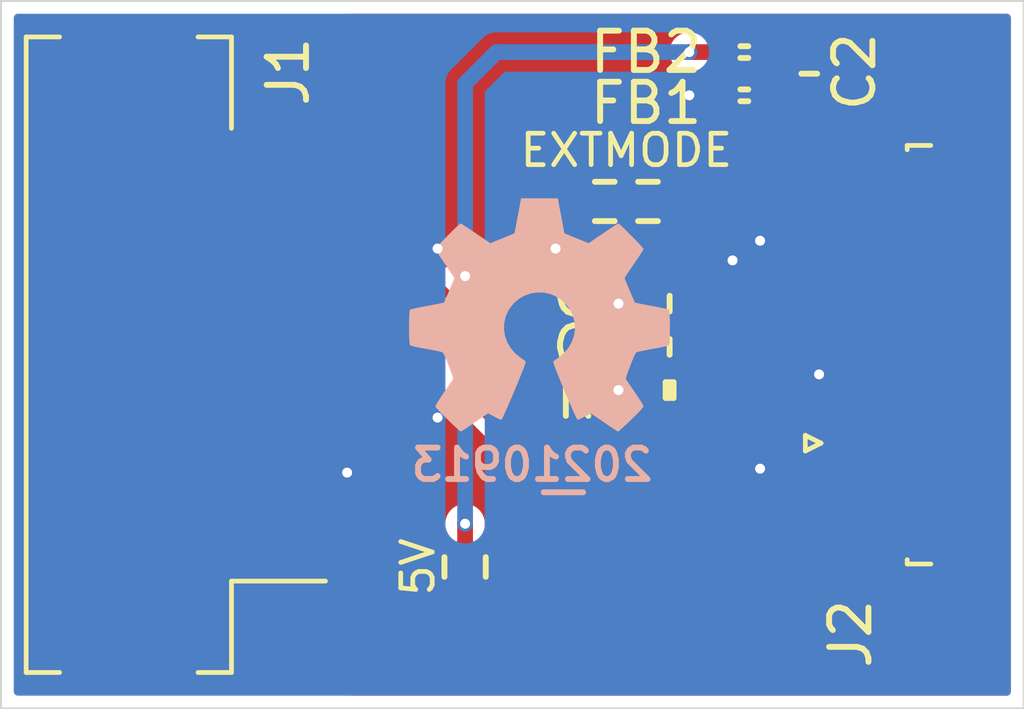
<source format=kicad_pcb>
(kicad_pcb (version 20171130) (host pcbnew 5.1.10-88a1d61d58~90~ubuntu21.04.1)

  (general
    (thickness 1.6)
    (drawings 4)
    (tracks 90)
    (zones 0)
    (modules 12)
    (nets 12)
  )

  (page A4)
  (layers
    (0 F.Cu signal)
    (31 B.Cu signal)
    (32 B.Adhes user)
    (33 F.Adhes user)
    (34 B.Paste user)
    (35 F.Paste user)
    (36 B.SilkS user hide)
    (37 F.SilkS user)
    (38 B.Mask user)
    (39 F.Mask user)
    (40 Dwgs.User user)
    (41 Cmts.User user)
    (42 Eco1.User user)
    (43 Eco2.User user)
    (44 Edge.Cuts user)
    (45 Margin user)
    (46 B.CrtYd user)
    (47 F.CrtYd user)
    (48 B.Fab user)
    (49 F.Fab user)
  )

  (setup
    (last_trace_width 0.25)
    (user_trace_width 0.2)
    (user_trace_width 0.3)
    (user_trace_width 0.4)
    (user_trace_width 0.6)
    (user_trace_width 0.8)
    (user_trace_width 1)
    (user_trace_width 1.2)
    (user_trace_width 1.4)
    (user_trace_width 1.6)
    (user_trace_width 2)
    (trace_clearance 0.2)
    (zone_clearance 0.3)
    (zone_45_only no)
    (trace_min 0.1524)
    (via_size 0.8)
    (via_drill 0.4)
    (via_min_size 0.381)
    (via_min_drill 0.254)
    (user_via 0.4 0.254)
    (user_via 0.5 0.3)
    (user_via 0.6 0.4)
    (user_via 0.8 0.6)
    (user_via 1.1 0.8)
    (user_via 1.3 1)
    (user_via 1.5 1.2)
    (user_via 1.7 1.4)
    (user_via 1.9 1.6)
    (user_via 2.5 2)
    (uvia_size 0.3)
    (uvia_drill 0.1)
    (uvias_allowed no)
    (uvia_min_size 0.2)
    (uvia_min_drill 0.1)
    (edge_width 0.05)
    (segment_width 0.2)
    (pcb_text_width 0.3)
    (pcb_text_size 1.5 1.5)
    (mod_edge_width 0.12)
    (mod_text_size 0.8 0.8)
    (mod_text_width 0.12)
    (pad_size 1.524 1.524)
    (pad_drill 0.762)
    (pad_to_mask_clearance 0.0762)
    (solder_mask_min_width 0.1016)
    (pad_to_paste_clearance_ratio -0.1)
    (aux_axis_origin 0 0)
    (visible_elements FFFFFF7F)
    (pcbplotparams
      (layerselection 0x010fc_ffffffff)
      (usegerberextensions false)
      (usegerberattributes true)
      (usegerberadvancedattributes true)
      (creategerberjobfile true)
      (excludeedgelayer true)
      (linewidth 0.100000)
      (plotframeref false)
      (viasonmask false)
      (mode 1)
      (useauxorigin false)
      (hpglpennumber 1)
      (hpglpenspeed 20)
      (hpglpendiameter 15.000000)
      (psnegative false)
      (psa4output false)
      (plotreference true)
      (plotvalue true)
      (plotinvisibletext false)
      (padsonsilk false)
      (subtractmaskfromsilk false)
      (outputformat 1)
      (mirror false)
      (drillshape 1)
      (scaleselection 1)
      (outputdirectory ""))
  )

  (net 0 "")
  (net 1 /VSS)
  (net 2 /VDD)
  (net 3 /VSSA)
  (net 4 /VDDA)
  (net 5 /DISP)
  (net 6 /EXTCOMIN)
  (net 7 /SCS)
  (net 8 /SI)
  (net 9 /SCLK)
  (net 10 /VDD_IN)
  (net 11 /EXTMODE)

  (net_class Default "This is the default net class."
    (clearance 0.2)
    (trace_width 0.25)
    (via_dia 0.8)
    (via_drill 0.4)
    (uvia_dia 0.3)
    (uvia_drill 0.1)
    (add_net /DISP)
    (add_net /EXTCOMIN)
    (add_net /EXTMODE)
    (add_net /SCLK)
    (add_net /SCS)
    (add_net /SI)
    (add_net /VDD)
    (add_net /VDDA)
    (add_net /VDD_IN)
    (add_net /VSS)
    (add_net /VSSA)
  )

  (module SquantorRcl:R_0402_hand (layer F.Cu) (tedit 5D440136) (tstamp 614E35A0)
    (at 154 71.9)
    (descr "Resistor SMD 0402, reflow soldering, Vishay (see dcrcw.pdf)")
    (tags "resistor 0402")
    (path /614FB039)
    (attr smd)
    (fp_text reference R1 (at -1.9 0.2) (layer F.SilkS)
      (effects (font (size 1 1) (thickness 0.15)))
    )
    (fp_text value 10K (at -4.2 0.2) (layer F.Fab)
      (effects (font (size 1 1) (thickness 0.15)))
    )
    (fp_line (start 0 -0.2) (end 0 0.2) (layer F.SilkS) (width 0.15))
    (fp_line (start -0.1 0.2) (end -0.1 -0.2) (layer F.SilkS) (width 0.15))
    (fp_line (start 0.1 0.2) (end -0.1 0.2) (layer F.SilkS) (width 0.15))
    (fp_line (start 0.1 -0.2) (end 0.1 0.2) (layer F.SilkS) (width 0.15))
    (fp_line (start -0.1 -0.2) (end 0.1 -0.2) (layer F.SilkS) (width 0.15))
    (fp_line (start 1.1 -0.55) (end 1.1 0.55) (layer F.CrtYd) (width 0.05))
    (fp_line (start -1.1 -0.55) (end -1.1 0.55) (layer F.CrtYd) (width 0.05))
    (fp_line (start -1.1 0.55) (end 1.1 0.55) (layer F.CrtYd) (width 0.05))
    (fp_line (start -1.1 -0.55) (end 1.1 -0.55) (layer F.CrtYd) (width 0.05))
    (fp_line (start -0.5 -0.25) (end 0.5 -0.25) (layer F.Fab) (width 0.1))
    (fp_line (start 0.5 -0.25) (end 0.5 0.25) (layer F.Fab) (width 0.1))
    (fp_line (start 0.5 0.25) (end -0.5 0.25) (layer F.Fab) (width 0.1))
    (fp_line (start -0.5 0.25) (end -0.5 -0.25) (layer F.Fab) (width 0.1))
    (pad 2 smd rect (at 0.55 0) (size 0.6 0.6) (layers F.Cu F.Paste F.Mask)
      (net 6 /EXTCOMIN))
    (pad 1 smd rect (at -0.55 0) (size 0.6 0.6) (layers F.Cu F.Paste F.Mask)
      (net 1 /VSS))
    (model ${KISYS3DMOD}/Resistor_SMD.3dshapes/R_0402_1005Metric.step
      (at (xyz 0 0 0))
      (scale (xyz 1 1 1))
      (rotate (xyz 0 0 0))
    )
  )

  (module SquantorSpecial:solder_jumper_2way_noconn (layer F.Cu) (tedit 5C9BE0F0) (tstamp 614E35D3)
    (at 148.8 76.4 90)
    (descr "Resistor SMD 0402, reflow soldering, Vishay (see dcrcw.pdf)")
    (tags "resistor 0402")
    (path /6152142E)
    (attr smd)
    (fp_text reference JP2 (at 2.2 0 90) (layer F.Fab)
      (effects (font (size 1 1) (thickness 0.15)))
    )
    (fp_text value 5V (at 0 -1.2 90) (layer F.SilkS)
      (effects (font (size 0.8 0.8) (thickness 0.12)))
    )
    (fp_line (start -0.25 0.525) (end 0.25 0.525) (layer F.SilkS) (width 0.15))
    (fp_line (start 0.25 -0.525) (end -0.25 -0.525) (layer F.SilkS) (width 0.15))
    (fp_line (start 0.95 -0.65) (end 0.95 0.65) (layer F.CrtYd) (width 0.05))
    (fp_line (start -0.95 -0.65) (end -0.95 0.65) (layer F.CrtYd) (width 0.05))
    (fp_line (start -0.95 0.65) (end 0.95 0.65) (layer F.CrtYd) (width 0.05))
    (fp_line (start -0.95 -0.65) (end 0.95 -0.65) (layer F.CrtYd) (width 0.05))
    (fp_line (start -0.5 -0.25) (end 0.5 -0.25) (layer F.Fab) (width 0.1))
    (fp_line (start 0.5 -0.25) (end 0.5 0.25) (layer F.Fab) (width 0.1))
    (fp_line (start 0.5 0.25) (end -0.5 0.25) (layer F.Fab) (width 0.1))
    (fp_line (start -0.5 0.25) (end -0.5 -0.25) (layer F.Fab) (width 0.1))
    (pad 2 smd rect (at 0.45 0 90) (size 0.4 0.6) (layers F.Cu F.Mask)
      (net 2 /VDD))
    (pad 1 smd rect (at -0.45 0 90) (size 0.4 0.6) (layers F.Cu F.Mask)
      (net 10 /VDD_IN))
    (model Resistors_SMD.3dshapes/R_0402.wrl
      (at (xyz 0 0 0))
      (scale (xyz 1 1 1))
      (rotate (xyz 0 0 0))
    )
  )

  (module SquantorSpecial:solder_jumper_3way_12conn (layer F.Cu) (tedit 5D84B7A0) (tstamp 614E3560)
    (at 152.9 67.1 180)
    (descr "Solder Jumper 3way 0402 resistor format, pin 1,2 connected")
    (tags "resistor 0402")
    (path /614FD56C)
    (attr smd)
    (fp_text reference JP1 (at 2.9 0) (layer F.Fab)
      (effects (font (size 1 1) (thickness 0.15)))
    )
    (fp_text value EXTMODE (at 0 1.3) (layer F.SilkS)
      (effects (font (size 0.8 0.8) (thickness 0.12)))
    )
    (fp_poly (pts (xy -0.8 -0.05) (xy -0.3 -0.05) (xy -0.3 0.05) (xy -0.8 0.05)) (layer F.Cu) (width 0.01))
    (fp_line (start 0.05 0.25) (end 1.1 0.25) (layer F.Fab) (width 0.1))
    (fp_line (start 1.1 -0.25) (end 1.1 0.25) (layer F.Fab) (width 0.1))
    (fp_line (start 0.05 -0.25) (end 1.1 -0.25) (layer F.Fab) (width 0.1))
    (fp_line (start 0.05 -0.25) (end 0.05 0.25) (layer F.Fab) (width 0.1))
    (fp_line (start 0.8 0.5) (end 0.3 0.5) (layer F.SilkS) (width 0.15))
    (fp_line (start 0.8 -0.5) (end 0.3 -0.5) (layer F.SilkS) (width 0.15))
    (fp_line (start -0.8 0.5) (end -0.3 0.5) (layer F.SilkS) (width 0.15))
    (fp_line (start -0.3 -0.5) (end -0.8 -0.5) (layer F.SilkS) (width 0.15))
    (fp_line (start 1.7 -0.65) (end 1.7 0.65) (layer F.CrtYd) (width 0.05))
    (fp_line (start -1.7 -0.65) (end -1.7 0.65) (layer F.CrtYd) (width 0.05))
    (fp_line (start -1.7 0.65) (end 1.7 0.65) (layer F.CrtYd) (width 0.05))
    (fp_line (start -1.7 -0.65) (end 1.7 -0.65) (layer F.CrtYd) (width 0.05))
    (fp_line (start -1.1 -0.25) (end -0.05 -0.25) (layer F.Fab) (width 0.1))
    (fp_line (start -0.05 -0.25) (end -0.05 0.25) (layer F.Fab) (width 0.1))
    (fp_line (start -0.05 0.25) (end -1.1 0.25) (layer F.Fab) (width 0.1))
    (fp_line (start -1.1 0.25) (end -1.1 -0.25) (layer F.Fab) (width 0.1))
    (pad 3 smd rect (at 1.1 0 180) (size 0.6 0.6) (layers F.Cu F.Mask)
      (net 2 /VDD))
    (pad 2 smd rect (at 0 0 180) (size 0.6 0.6) (layers F.Cu F.Mask)
      (net 11 /EXTMODE))
    (pad 1 smd rect (at -1.1 0 180) (size 0.6 0.6) (layers F.Cu F.Mask)
      (net 1 /VSS))
    (model Resistors_SMD.3dshapes/R_0402.wrl
      (at (xyz 0 0 0))
      (scale (xyz 1 1 1))
      (rotate (xyz 0 0 0))
    )
  )

  (module Connector_FFC-FPC:TE_1-1734839-0_1x10-1MP_P0.5mm_Horizontal (layer F.Cu) (tedit 5DB5C65C) (tstamp 614E366B)
    (at 158 71 90)
    (descr "TE FPC connector, 10 top-side contacts, 0.5mm pitch, SMT, https://www.te.com/commerce/DocumentDelivery/DDEController?Action=showdoc&DocId=Customer+Drawing%7F1734839%7FC%7Fpdf%7FEnglish%7FENG_CD_1734839_C_C_1734839.pdf%7F4-1734839-0")
    (tags "te fpc 1734839")
    (path /614E341E)
    (attr smd)
    (fp_text reference J2 (at -7.1 0.6 90) (layer F.SilkS)
      (effects (font (size 1 1) (thickness 0.15)))
    )
    (fp_text value Conn_01x10 (at 0 3.25 90) (layer Dwgs.User)
      (effects (font (size 0.5 0.5) (thickness 0.08)))
    )
    (fp_line (start 5.72 -2.4) (end -5.72 -2.4) (layer F.CrtYd) (width 0.05))
    (fp_line (start 5.72 4.25) (end 5.72 -2.4) (layer F.CrtYd) (width 0.05))
    (fp_line (start -5.72 4.25) (end 5.72 4.25) (layer F.CrtYd) (width 0.05))
    (fp_line (start -5.72 -2.4) (end -5.72 4.25) (layer F.CrtYd) (width 0.05))
    (fp_line (start 5.105 2.75) (end -5.105 2.75) (layer Dwgs.User) (width 0.1))
    (fp_line (start -2.05 -0.55) (end -2.45 -0.55) (layer F.SilkS) (width 0.12))
    (fp_line (start -2.25 -0.15) (end -2.05 -0.55) (layer F.SilkS) (width 0.12))
    (fp_line (start -2.45 -0.55) (end -2.25 -0.15) (layer F.SilkS) (width 0.12))
    (fp_line (start 5.325 2.04) (end 5.325 2.64) (layer F.SilkS) (width 0.12))
    (fp_line (start 5.215 2.04) (end 5.325 2.04) (layer F.SilkS) (width 0.12))
    (fp_line (start -5.325 2.04) (end -5.325 2.64) (layer F.SilkS) (width 0.12))
    (fp_line (start -5.215 2.04) (end -5.325 2.04) (layer F.SilkS) (width 0.12))
    (fp_line (start -2.25 0.15) (end -1.85 -0.65) (layer F.Fab) (width 0.1))
    (fp_line (start -2.65 -0.65) (end -2.25 0.15) (layer F.Fab) (width 0.1))
    (fp_line (start -4.56 2.15) (end -4.56 -0.65) (layer F.Fab) (width 0.1))
    (fp_line (start -5.215 2.15) (end -4.56 2.15) (layer F.Fab) (width 0.1))
    (fp_line (start -5.215 3.75) (end -5.215 2.15) (layer F.Fab) (width 0.1))
    (fp_line (start 5.215 3.75) (end -5.215 3.75) (layer F.Fab) (width 0.1))
    (fp_line (start 5.215 2.15) (end 5.215 3.75) (layer F.Fab) (width 0.1))
    (fp_line (start 4.56 2.15) (end 5.215 2.15) (layer F.Fab) (width 0.1))
    (fp_line (start 4.56 -0.65) (end 4.56 2.15) (layer F.Fab) (width 0.1))
    (fp_line (start -4.56 -0.65) (end 4.56 -0.65) (layer F.Fab) (width 0.1))
    (fp_text user %R (at 0 1.55 90) (layer F.Fab)
      (effects (font (size 1 1) (thickness 0.15)))
    )
    (pad MP smd rect (at 3.92 0.35 90) (size 2.3 3.1) (layers F.Cu F.Paste F.Mask))
    (pad MP smd rect (at -3.92 0.35 90) (size 2.3 3.1) (layers F.Cu F.Paste F.Mask))
    (pad 10 smd rect (at 2.25 -1.35 90) (size 0.3 1.1) (layers F.Cu F.Paste F.Mask)
      (net 3 /VSSA))
    (pad 9 smd rect (at 1.75 -1.35 90) (size 0.3 1.1) (layers F.Cu F.Paste F.Mask)
      (net 1 /VSS))
    (pad 8 smd rect (at 1.25 -1.35 90) (size 0.3 1.1) (layers F.Cu F.Paste F.Mask)
      (net 11 /EXTMODE))
    (pad 7 smd rect (at 0.75 -1.35 90) (size 0.3 1.1) (layers F.Cu F.Paste F.Mask)
      (net 2 /VDD))
    (pad 6 smd rect (at 0.25 -1.35 90) (size 0.3 1.1) (layers F.Cu F.Paste F.Mask)
      (net 4 /VDDA))
    (pad 5 smd rect (at -0.25 -1.35 90) (size 0.3 1.1) (layers F.Cu F.Paste F.Mask)
      (net 5 /DISP))
    (pad 4 smd rect (at -0.75 -1.35 90) (size 0.3 1.1) (layers F.Cu F.Paste F.Mask)
      (net 6 /EXTCOMIN))
    (pad 3 smd rect (at -1.25 -1.35 90) (size 0.3 1.1) (layers F.Cu F.Paste F.Mask)
      (net 7 /SCS))
    (pad 2 smd rect (at -1.75 -1.35 90) (size 0.3 1.1) (layers F.Cu F.Paste F.Mask)
      (net 8 /SI))
    (pad 1 smd rect (at -2.25 -1.35 90) (size 0.3 1.1) (layers F.Cu F.Paste F.Mask)
      (net 9 /SCLK))
    (model ${KISYS3DMOD}/Connector_FFC-FPC.3dshapes/TE_1-1734839-0_1x10-1MP_P0.5mm_Horizontal.wrl
      (at (xyz 0 0 0))
      (scale (xyz 1 1 1))
      (rotate (xyz 0 0 0))
    )
  )

  (module Connector_JST:JST_PH_B6B-PH-SM4-TB_1x06-1MP_P2.00mm_Vertical (layer F.Cu) (tedit 5B78AD87) (tstamp 614E2B7A)
    (at 142 71 90)
    (descr "JST PH series connector, B6B-PH-SM4-TB (http://www.jst-mfg.com/product/pdf/eng/ePH.pdf), generated with kicad-footprint-generator")
    (tags "connector JST PH side entry")
    (path /614E1D39)
    (attr smd)
    (fp_text reference J1 (at 7.2 2.3 90) (layer F.SilkS)
      (effects (font (size 1 1) (thickness 0.15)))
    )
    (fp_text value Conn_01x06 (at 0 4.45 90) (layer F.Fab)
      (effects (font (size 1 1) (thickness 0.15)))
    )
    (fp_line (start -5 0.042893) (end -4.5 0.75) (layer F.Fab) (width 0.1))
    (fp_line (start -5.5 0.75) (end -5 0.042893) (layer F.Fab) (width 0.1))
    (fp_line (start 8.7 -4.75) (end -8.7 -4.75) (layer F.CrtYd) (width 0.05))
    (fp_line (start 8.7 3.75) (end 8.7 -4.75) (layer F.CrtYd) (width 0.05))
    (fp_line (start -8.7 3.75) (end 8.7 3.75) (layer F.CrtYd) (width 0.05))
    (fp_line (start -8.7 -4.75) (end -8.7 3.75) (layer F.CrtYd) (width 0.05))
    (fp_line (start 5.25 -2.75) (end 4.75 -2.75) (layer F.Fab) (width 0.1))
    (fp_line (start 5.25 -2.25) (end 5.25 -2.75) (layer F.Fab) (width 0.1))
    (fp_line (start 4.75 -2.25) (end 5.25 -2.25) (layer F.Fab) (width 0.1))
    (fp_line (start 4.75 -2.75) (end 4.75 -2.25) (layer F.Fab) (width 0.1))
    (fp_line (start 3.25 -2.75) (end 2.75 -2.75) (layer F.Fab) (width 0.1))
    (fp_line (start 3.25 -2.25) (end 3.25 -2.75) (layer F.Fab) (width 0.1))
    (fp_line (start 2.75 -2.25) (end 3.25 -2.25) (layer F.Fab) (width 0.1))
    (fp_line (start 2.75 -2.75) (end 2.75 -2.25) (layer F.Fab) (width 0.1))
    (fp_line (start 1.25 -2.75) (end 0.75 -2.75) (layer F.Fab) (width 0.1))
    (fp_line (start 1.25 -2.25) (end 1.25 -2.75) (layer F.Fab) (width 0.1))
    (fp_line (start 0.75 -2.25) (end 1.25 -2.25) (layer F.Fab) (width 0.1))
    (fp_line (start 0.75 -2.75) (end 0.75 -2.25) (layer F.Fab) (width 0.1))
    (fp_line (start -0.75 -2.75) (end -1.25 -2.75) (layer F.Fab) (width 0.1))
    (fp_line (start -0.75 -2.25) (end -0.75 -2.75) (layer F.Fab) (width 0.1))
    (fp_line (start -1.25 -2.25) (end -0.75 -2.25) (layer F.Fab) (width 0.1))
    (fp_line (start -1.25 -2.75) (end -1.25 -2.25) (layer F.Fab) (width 0.1))
    (fp_line (start -2.75 -2.75) (end -3.25 -2.75) (layer F.Fab) (width 0.1))
    (fp_line (start -2.75 -2.25) (end -2.75 -2.75) (layer F.Fab) (width 0.1))
    (fp_line (start -3.25 -2.25) (end -2.75 -2.25) (layer F.Fab) (width 0.1))
    (fp_line (start -3.25 -2.75) (end -3.25 -2.25) (layer F.Fab) (width 0.1))
    (fp_line (start -4.75 -2.75) (end -5.25 -2.75) (layer F.Fab) (width 0.1))
    (fp_line (start -4.75 -2.25) (end -4.75 -2.75) (layer F.Fab) (width 0.1))
    (fp_line (start -5.25 -2.25) (end -4.75 -2.25) (layer F.Fab) (width 0.1))
    (fp_line (start -5.25 -2.75) (end -5.25 -2.25) (layer F.Fab) (width 0.1))
    (fp_line (start 7.975 0.75) (end 7.975 -4.25) (layer F.Fab) (width 0.1))
    (fp_line (start -7.975 0.75) (end -7.975 -4.25) (layer F.Fab) (width 0.1))
    (fp_line (start -7.975 -4.25) (end 7.975 -4.25) (layer F.Fab) (width 0.1))
    (fp_line (start 8.085 -4.36) (end 8.085 -3.51) (layer F.SilkS) (width 0.12))
    (fp_line (start -8.085 -4.36) (end 8.085 -4.36) (layer F.SilkS) (width 0.12))
    (fp_line (start -8.085 -3.51) (end -8.085 -4.36) (layer F.SilkS) (width 0.12))
    (fp_line (start 8.085 0.86) (end 5.76 0.86) (layer F.SilkS) (width 0.12))
    (fp_line (start 8.085 0.01) (end 8.085 0.86) (layer F.SilkS) (width 0.12))
    (fp_line (start -5.76 0.86) (end -5.76 3.25) (layer F.SilkS) (width 0.12))
    (fp_line (start -8.085 0.86) (end -5.76 0.86) (layer F.SilkS) (width 0.12))
    (fp_line (start -8.085 0.01) (end -8.085 0.86) (layer F.SilkS) (width 0.12))
    (fp_line (start -7.975 0.75) (end 7.975 0.75) (layer F.Fab) (width 0.1))
    (fp_text user %R (at 0 -1 90) (layer F.Fab)
      (effects (font (size 1 1) (thickness 0.15)))
    )
    (pad MP smd roundrect (at 7.4 -1.75 90) (size 1.6 3) (layers F.Cu F.Paste F.Mask) (roundrect_rratio 0.15625))
    (pad MP smd roundrect (at -7.4 -1.75 90) (size 1.6 3) (layers F.Cu F.Paste F.Mask) (roundrect_rratio 0.15625))
    (pad 6 smd roundrect (at 5 0.5 90) (size 1 5.5) (layers F.Cu F.Paste F.Mask) (roundrect_rratio 0.25)
      (net 6 /EXTCOMIN))
    (pad 5 smd roundrect (at 3 0.5 90) (size 1 5.5) (layers F.Cu F.Paste F.Mask) (roundrect_rratio 0.25)
      (net 7 /SCS))
    (pad 4 smd roundrect (at 1 0.5 90) (size 1 5.5) (layers F.Cu F.Paste F.Mask) (roundrect_rratio 0.25)
      (net 8 /SI))
    (pad 3 smd roundrect (at -1 0.5 90) (size 1 5.5) (layers F.Cu F.Paste F.Mask) (roundrect_rratio 0.25)
      (net 9 /SCLK))
    (pad 2 smd roundrect (at -3 0.5 90) (size 1 5.5) (layers F.Cu F.Paste F.Mask) (roundrect_rratio 0.25)
      (net 1 /VSS))
    (pad 1 smd roundrect (at -5 0.5 90) (size 1 5.5) (layers F.Cu F.Paste F.Mask) (roundrect_rratio 0.25)
      (net 10 /VDD_IN))
    (model ${KISYS3DMOD}/Connector_JST.3dshapes/JST_PH_B6B-PH-SM4-TB_1x06-1MP_P2.00mm_Vertical.wrl
      (at (xyz 0 0 0))
      (scale (xyz 1 1 1))
      (rotate (xyz 0 0 0))
    )
  )

  (module SquantorRcl:L_0402 (layer F.Cu) (tedit 5D554A2D) (tstamp 614E36F0)
    (at 155.9 63.3 180)
    (descr "Inductor SMD 0402")
    (tags "Inductor 0402")
    (path /614EEE96)
    (attr smd)
    (fp_text reference FB2 (at 2.5 0) (layer F.SilkS)
      (effects (font (size 1 1) (thickness 0.15)))
    )
    (fp_text value 600 (at 5.2 0) (layer F.Fab)
      (effects (font (size 1 1) (thickness 0.15)))
    )
    (fp_line (start -0.1 0.15) (end 0.1 0.15) (layer F.SilkS) (width 0.15))
    (fp_line (start -0.1 -0.15) (end 0.1 -0.15) (layer F.SilkS) (width 0.15))
    (fp_line (start 1.1 -0.55) (end 1.1 0.55) (layer F.CrtYd) (width 0.05))
    (fp_line (start -1.1 -0.55) (end -1.1 0.55) (layer F.CrtYd) (width 0.05))
    (fp_line (start -1.1 0.55) (end 1.1 0.55) (layer F.CrtYd) (width 0.05))
    (fp_line (start -1.1 -0.55) (end 1.1 -0.55) (layer F.CrtYd) (width 0.05))
    (fp_line (start -0.5 -0.25) (end 0.5 -0.25) (layer F.Fab) (width 0.1))
    (fp_line (start 0.5 -0.25) (end 0.5 0.25) (layer F.Fab) (width 0.1))
    (fp_line (start 0.5 0.25) (end -0.5 0.25) (layer F.Fab) (width 0.1))
    (fp_line (start -0.5 0.25) (end -0.5 -0.25) (layer F.Fab) (width 0.1))
    (pad 2 smd rect (at 0.55 0 180) (size 0.6 0.6) (layers F.Cu F.Paste F.Mask)
      (net 2 /VDD))
    (pad 1 smd rect (at -0.55 0 180) (size 0.6 0.6) (layers F.Cu F.Paste F.Mask)
      (net 4 /VDDA))
    (model ${KISYS3DMOD}/Inductor_SMD.3dshapes/L_0402_1005Metric.step
      (at (xyz 0 0 0))
      (scale (xyz 1 1 1))
      (rotate (xyz 0 0 0))
    )
  )

  (module SquantorRcl:L_0402 (layer F.Cu) (tedit 5D554A2D) (tstamp 614E371D)
    (at 155.9 64.4 180)
    (descr "Inductor SMD 0402")
    (tags "Inductor 0402")
    (path /614EC522)
    (attr smd)
    (fp_text reference FB1 (at 2.5 -0.2) (layer F.SilkS)
      (effects (font (size 1 1) (thickness 0.15)))
    )
    (fp_text value 600 (at 5.2 -0.2) (layer F.Fab)
      (effects (font (size 1 1) (thickness 0.15)))
    )
    (fp_line (start -0.1 0.15) (end 0.1 0.15) (layer F.SilkS) (width 0.15))
    (fp_line (start -0.1 -0.15) (end 0.1 -0.15) (layer F.SilkS) (width 0.15))
    (fp_line (start 1.1 -0.55) (end 1.1 0.55) (layer F.CrtYd) (width 0.05))
    (fp_line (start -1.1 -0.55) (end -1.1 0.55) (layer F.CrtYd) (width 0.05))
    (fp_line (start -1.1 0.55) (end 1.1 0.55) (layer F.CrtYd) (width 0.05))
    (fp_line (start -1.1 -0.55) (end 1.1 -0.55) (layer F.CrtYd) (width 0.05))
    (fp_line (start -0.5 -0.25) (end 0.5 -0.25) (layer F.Fab) (width 0.1))
    (fp_line (start 0.5 -0.25) (end 0.5 0.25) (layer F.Fab) (width 0.1))
    (fp_line (start 0.5 0.25) (end -0.5 0.25) (layer F.Fab) (width 0.1))
    (fp_line (start -0.5 0.25) (end -0.5 -0.25) (layer F.Fab) (width 0.1))
    (pad 2 smd rect (at 0.55 0 180) (size 0.6 0.6) (layers F.Cu F.Paste F.Mask)
      (net 1 /VSS))
    (pad 1 smd rect (at -0.55 0 180) (size 0.6 0.6) (layers F.Cu F.Paste F.Mask)
      (net 3 /VSSA))
    (model ${KISYS3DMOD}/Inductor_SMD.3dshapes/L_0402_1005Metric.step
      (at (xyz 0 0 0))
      (scale (xyz 1 1 1))
      (rotate (xyz 0 0 0))
    )
  )

  (module SquantorRcl:C_0402 (layer F.Cu) (tedit 5D442507) (tstamp 614E35FF)
    (at 154 70.8 180)
    (descr "Capacitor SMD 0402, reflow soldering, AVX (see smccp.pdf)")
    (tags "capacitor 0402")
    (path /614F3F25)
    (attr smd)
    (fp_text reference C3 (at 2 0) (layer F.SilkS)
      (effects (font (size 1 1) (thickness 0.15)))
    )
    (fp_text value 1n (at 3.8 0) (layer F.Fab)
      (effects (font (size 1 1) (thickness 0.15)))
    )
    (fp_line (start 0 -0.2) (end 0 0.2) (layer F.SilkS) (width 0.15))
    (fp_line (start 1.1 -0.55) (end 1.1 0.55) (layer F.CrtYd) (width 0.05))
    (fp_line (start -1.1 -0.55) (end -1.1 0.55) (layer F.CrtYd) (width 0.05))
    (fp_line (start -1.1 0.55) (end 1.1 0.55) (layer F.CrtYd) (width 0.05))
    (fp_line (start -1.1 -0.55) (end 1.1 -0.55) (layer F.CrtYd) (width 0.05))
    (fp_line (start -0.5 -0.25) (end 0.5 -0.25) (layer F.Fab) (width 0.1))
    (fp_line (start 0.5 -0.25) (end 0.5 0.25) (layer F.Fab) (width 0.1))
    (fp_line (start 0.5 0.25) (end -0.5 0.25) (layer F.Fab) (width 0.1))
    (fp_line (start -0.5 0.25) (end -0.5 -0.25) (layer F.Fab) (width 0.1))
    (pad 2 smd rect (at 0.55 0 180) (size 0.6 0.6) (layers F.Cu F.Paste F.Mask)
      (net 1 /VSS))
    (pad 1 smd rect (at -0.55 0 180) (size 0.6 0.6) (layers F.Cu F.Paste F.Mask)
      (net 5 /DISP))
    (model ${KISYS3DMOD}/Capacitor_SMD.3dshapes/C_0402_1005Metric.step
      (at (xyz 0 0 0))
      (scale (xyz 1 1 1))
      (rotate (xyz 0 0 0))
    )
  )

  (module SquantorRcl:C_0402 (layer F.Cu) (tedit 5D442507) (tstamp 614E36C5)
    (at 157.55 63.85 270)
    (descr "Capacitor SMD 0402, reflow soldering, AVX (see smccp.pdf)")
    (tags "capacitor 0402")
    (path /614F2963)
    (attr smd)
    (fp_text reference C2 (at -0.05 -1.15 90) (layer F.SilkS)
      (effects (font (size 1 1) (thickness 0.15)))
    )
    (fp_text value 1u (at 0 -2.35 90) (layer F.Fab)
      (effects (font (size 1 1) (thickness 0.15)))
    )
    (fp_line (start 0 -0.2) (end 0 0.2) (layer F.SilkS) (width 0.15))
    (fp_line (start 1.1 -0.55) (end 1.1 0.55) (layer F.CrtYd) (width 0.05))
    (fp_line (start -1.1 -0.55) (end -1.1 0.55) (layer F.CrtYd) (width 0.05))
    (fp_line (start -1.1 0.55) (end 1.1 0.55) (layer F.CrtYd) (width 0.05))
    (fp_line (start -1.1 -0.55) (end 1.1 -0.55) (layer F.CrtYd) (width 0.05))
    (fp_line (start -0.5 -0.25) (end 0.5 -0.25) (layer F.Fab) (width 0.1))
    (fp_line (start 0.5 -0.25) (end 0.5 0.25) (layer F.Fab) (width 0.1))
    (fp_line (start 0.5 0.25) (end -0.5 0.25) (layer F.Fab) (width 0.1))
    (fp_line (start -0.5 0.25) (end -0.5 -0.25) (layer F.Fab) (width 0.1))
    (pad 2 smd rect (at 0.55 0 270) (size 0.6 0.6) (layers F.Cu F.Paste F.Mask)
      (net 3 /VSSA))
    (pad 1 smd rect (at -0.55 0 270) (size 0.6 0.6) (layers F.Cu F.Paste F.Mask)
      (net 4 /VDDA))
    (model ${KISYS3DMOD}/Capacitor_SMD.3dshapes/C_0402_1005Metric.step
      (at (xyz 0 0 0))
      (scale (xyz 1 1 1))
      (rotate (xyz 0 0 0))
    )
  )

  (module SquantorRcl:C_0402 (layer F.Cu) (tedit 5D442507) (tstamp 614E3A4D)
    (at 154 69.7 180)
    (descr "Capacitor SMD 0402, reflow soldering, AVX (see smccp.pdf)")
    (tags "capacitor 0402")
    (path /614E9E9B)
    (attr smd)
    (fp_text reference C1 (at 2 0.2) (layer F.SilkS)
      (effects (font (size 1 1) (thickness 0.15)))
    )
    (fp_text value 1u (at 3.7 0.2) (layer F.Fab)
      (effects (font (size 1 1) (thickness 0.15)))
    )
    (fp_line (start 0 -0.2) (end 0 0.2) (layer F.SilkS) (width 0.15))
    (fp_line (start 1.1 -0.55) (end 1.1 0.55) (layer F.CrtYd) (width 0.05))
    (fp_line (start -1.1 -0.55) (end -1.1 0.55) (layer F.CrtYd) (width 0.05))
    (fp_line (start -1.1 0.55) (end 1.1 0.55) (layer F.CrtYd) (width 0.05))
    (fp_line (start -1.1 -0.55) (end 1.1 -0.55) (layer F.CrtYd) (width 0.05))
    (fp_line (start -0.5 -0.25) (end 0.5 -0.25) (layer F.Fab) (width 0.1))
    (fp_line (start 0.5 -0.25) (end 0.5 0.25) (layer F.Fab) (width 0.1))
    (fp_line (start 0.5 0.25) (end -0.5 0.25) (layer F.Fab) (width 0.1))
    (fp_line (start -0.5 0.25) (end -0.5 -0.25) (layer F.Fab) (width 0.1))
    (pad 2 smd rect (at 0.55 0 180) (size 0.6 0.6) (layers F.Cu F.Paste F.Mask)
      (net 1 /VSS))
    (pad 1 smd rect (at -0.55 0 180) (size 0.6 0.6) (layers F.Cu F.Paste F.Mask)
      (net 2 /VDD))
    (model ${KISYS3DMOD}/Capacitor_SMD.3dshapes/C_0402_1005Metric.step
      (at (xyz 0 0 0))
      (scale (xyz 1 1 1))
      (rotate (xyz 0 0 0))
    )
  )

  (module Symbol:OSHW-Symbol_6.7x6mm_SilkScreen (layer B.Cu) (tedit 0) (tstamp 5EE12086)
    (at 150.7 70 180)
    (descr "Open Source Hardware Symbol")
    (tags "Logo Symbol OSHW")
    (path /5EE13678)
    (attr virtual)
    (fp_text reference N2 (at 0 0) (layer B.SilkS) hide
      (effects (font (size 1 1) (thickness 0.15)) (justify mirror))
    )
    (fp_text value OHWLOGO (at 0.75 0) (layer B.Fab) hide
      (effects (font (size 1 1) (thickness 0.15)) (justify mirror))
    )
    (fp_poly (pts (xy 0.555814 2.531069) (xy 0.639635 2.086445) (xy 0.94892 1.958947) (xy 1.258206 1.831449)
      (xy 1.629246 2.083754) (xy 1.733157 2.154004) (xy 1.827087 2.216728) (xy 1.906652 2.269062)
      (xy 1.96747 2.308143) (xy 2.005157 2.331107) (xy 2.015421 2.336058) (xy 2.03391 2.323324)
      (xy 2.07342 2.288118) (xy 2.129522 2.234938) (xy 2.197787 2.168282) (xy 2.273786 2.092646)
      (xy 2.353092 2.012528) (xy 2.431275 1.932426) (xy 2.503907 1.856836) (xy 2.566559 1.790255)
      (xy 2.614803 1.737182) (xy 2.64421 1.702113) (xy 2.651241 1.690377) (xy 2.641123 1.66874)
      (xy 2.612759 1.621338) (xy 2.569129 1.552807) (xy 2.513218 1.467785) (xy 2.448006 1.370907)
      (xy 2.410219 1.31565) (xy 2.341343 1.214752) (xy 2.28014 1.123701) (xy 2.229578 1.04703)
      (xy 2.192628 0.989272) (xy 2.172258 0.954957) (xy 2.169197 0.947746) (xy 2.176136 0.927252)
      (xy 2.195051 0.879487) (xy 2.223087 0.811168) (xy 2.257391 0.729011) (xy 2.295109 0.63973)
      (xy 2.333387 0.550042) (xy 2.36937 0.466662) (xy 2.400206 0.396306) (xy 2.423039 0.34569)
      (xy 2.435017 0.321529) (xy 2.435724 0.320578) (xy 2.454531 0.315964) (xy 2.504618 0.305672)
      (xy 2.580793 0.290713) (xy 2.677865 0.272099) (xy 2.790643 0.250841) (xy 2.856442 0.238582)
      (xy 2.97695 0.215638) (xy 3.085797 0.193805) (xy 3.177476 0.174278) (xy 3.246481 0.158252)
      (xy 3.287304 0.146921) (xy 3.295511 0.143326) (xy 3.303548 0.118994) (xy 3.310033 0.064041)
      (xy 3.31497 -0.015108) (xy 3.318364 -0.112026) (xy 3.320218 -0.220287) (xy 3.320538 -0.333465)
      (xy 3.319327 -0.445135) (xy 3.31659 -0.548868) (xy 3.312331 -0.638241) (xy 3.306555 -0.706826)
      (xy 3.299267 -0.748197) (xy 3.294895 -0.75681) (xy 3.268764 -0.767133) (xy 3.213393 -0.781892)
      (xy 3.136107 -0.799352) (xy 3.04423 -0.81778) (xy 3.012158 -0.823741) (xy 2.857524 -0.852066)
      (xy 2.735375 -0.874876) (xy 2.641673 -0.89308) (xy 2.572384 -0.907583) (xy 2.523471 -0.919292)
      (xy 2.490897 -0.929115) (xy 2.470628 -0.937956) (xy 2.458626 -0.946724) (xy 2.456947 -0.948457)
      (xy 2.440184 -0.976371) (xy 2.414614 -1.030695) (xy 2.382788 -1.104777) (xy 2.34726 -1.191965)
      (xy 2.310583 -1.285608) (xy 2.275311 -1.379052) (xy 2.243996 -1.465647) (xy 2.219193 -1.53874)
      (xy 2.203454 -1.591678) (xy 2.199332 -1.617811) (xy 2.199676 -1.618726) (xy 2.213641 -1.640086)
      (xy 2.245322 -1.687084) (xy 2.291391 -1.754827) (xy 2.348518 -1.838423) (xy 2.413373 -1.932982)
      (xy 2.431843 -1.959854) (xy 2.497699 -2.057275) (xy 2.55565 -2.146163) (xy 2.602538 -2.221412)
      (xy 2.635207 -2.27792) (xy 2.6505 -2.310581) (xy 2.651241 -2.314593) (xy 2.638392 -2.335684)
      (xy 2.602888 -2.377464) (xy 2.549293 -2.435445) (xy 2.482171 -2.505135) (xy 2.406087 -2.582045)
      (xy 2.325604 -2.661683) (xy 2.245287 -2.739561) (xy 2.169699 -2.811186) (xy 2.103405 -2.87207)
      (xy 2.050969 -2.917721) (xy 2.016955 -2.94365) (xy 2.007545 -2.947883) (xy 1.985643 -2.937912)
      (xy 1.9408 -2.91102) (xy 1.880321 -2.871736) (xy 1.833789 -2.840117) (xy 1.749475 -2.782098)
      (xy 1.649626 -2.713784) (xy 1.549473 -2.645579) (xy 1.495627 -2.609075) (xy 1.313371 -2.4858)
      (xy 1.160381 -2.56852) (xy 1.090682 -2.604759) (xy 1.031414 -2.632926) (xy 0.991311 -2.648991)
      (xy 0.981103 -2.651226) (xy 0.968829 -2.634722) (xy 0.944613 -2.588082) (xy 0.910263 -2.515609)
      (xy 0.867588 -2.421606) (xy 0.818394 -2.310374) (xy 0.76449 -2.186215) (xy 0.707684 -2.053432)
      (xy 0.649782 -1.916327) (xy 0.592593 -1.779202) (xy 0.537924 -1.646358) (xy 0.487584 -1.522098)
      (xy 0.44338 -1.410725) (xy 0.407119 -1.316539) (xy 0.380609 -1.243844) (xy 0.365658 -1.196941)
      (xy 0.363254 -1.180833) (xy 0.382311 -1.160286) (xy 0.424036 -1.126933) (xy 0.479706 -1.087702)
      (xy 0.484378 -1.084599) (xy 0.628264 -0.969423) (xy 0.744283 -0.835053) (xy 0.83143 -0.685784)
      (xy 0.888699 -0.525913) (xy 0.915086 -0.359737) (xy 0.909585 -0.191552) (xy 0.87119 -0.025655)
      (xy 0.798895 0.133658) (xy 0.777626 0.168513) (xy 0.666996 0.309263) (xy 0.536302 0.422286)
      (xy 0.390064 0.506997) (xy 0.232808 0.562806) (xy 0.069057 0.589126) (xy -0.096667 0.58537)
      (xy -0.259838 0.55095) (xy -0.415935 0.485277) (xy -0.560433 0.387765) (xy -0.605131 0.348187)
      (xy -0.718888 0.224297) (xy -0.801782 0.093876) (xy -0.858644 -0.052315) (xy -0.890313 -0.197088)
      (xy -0.898131 -0.35986) (xy -0.872062 -0.52344) (xy -0.814755 -0.682298) (xy -0.728856 -0.830906)
      (xy -0.617014 -0.963735) (xy -0.481877 -1.075256) (xy -0.464117 -1.087011) (xy -0.40785 -1.125508)
      (xy -0.365077 -1.158863) (xy -0.344628 -1.18016) (xy -0.344331 -1.180833) (xy -0.348721 -1.203871)
      (xy -0.366124 -1.256157) (xy -0.394732 -1.33339) (xy -0.432735 -1.431268) (xy -0.478326 -1.545491)
      (xy -0.529697 -1.671758) (xy -0.585038 -1.805767) (xy -0.642542 -1.943218) (xy -0.700399 -2.079808)
      (xy -0.756802 -2.211237) (xy -0.809942 -2.333205) (xy -0.85801 -2.441409) (xy -0.899199 -2.531549)
      (xy -0.931699 -2.599323) (xy -0.953703 -2.64043) (xy -0.962564 -2.651226) (xy -0.98964 -2.642819)
      (xy -1.040303 -2.620272) (xy -1.105817 -2.587613) (xy -1.141841 -2.56852) (xy -1.294832 -2.4858)
      (xy -1.477088 -2.609075) (xy -1.570125 -2.672228) (xy -1.671985 -2.741727) (xy -1.767438 -2.807165)
      (xy -1.81525 -2.840117) (xy -1.882495 -2.885273) (xy -1.939436 -2.921057) (xy -1.978646 -2.942938)
      (xy -1.991381 -2.947563) (xy -2.009917 -2.935085) (xy -2.050941 -2.900252) (xy -2.110475 -2.846678)
      (xy -2.184542 -2.777983) (xy -2.269165 -2.697781) (xy -2.322685 -2.646286) (xy -2.416319 -2.554286)
      (xy -2.497241 -2.471999) (xy -2.562177 -2.402945) (xy -2.607858 -2.350644) (xy -2.631011 -2.318616)
      (xy -2.633232 -2.312116) (xy -2.622924 -2.287394) (xy -2.594439 -2.237405) (xy -2.550937 -2.167212)
      (xy -2.495577 -2.081875) (xy -2.43152 -1.986456) (xy -2.413303 -1.959854) (xy -2.346927 -1.863167)
      (xy -2.287378 -1.776117) (xy -2.237984 -1.703595) (xy -2.202075 -1.650493) (xy -2.182981 -1.621703)
      (xy -2.181136 -1.618726) (xy -2.183895 -1.595782) (xy -2.198538 -1.545336) (xy -2.222513 -1.474041)
      (xy -2.253266 -1.388547) (xy -2.288244 -1.295507) (xy -2.324893 -1.201574) (xy -2.360661 -1.113399)
      (xy -2.392994 -1.037634) (xy -2.419338 -0.980931) (xy -2.437142 -0.949943) (xy -2.438407 -0.948457)
      (xy -2.449294 -0.939601) (xy -2.467682 -0.930843) (xy -2.497606 -0.921277) (xy -2.543103 -0.909996)
      (xy -2.608209 -0.896093) (xy -2.696961 -0.878663) (xy -2.813393 -0.856798) (xy -2.961542 -0.829591)
      (xy -2.993618 -0.823741) (xy -3.088686 -0.805374) (xy -3.171565 -0.787405) (xy -3.23493 -0.771569)
      (xy -3.271458 -0.7596) (xy -3.276356 -0.75681) (xy -3.284427 -0.732072) (xy -3.290987 -0.67679)
      (xy -3.296033 -0.597389) (xy -3.299559 -0.500296) (xy -3.301561 -0.391938) (xy -3.302036 -0.27874)
      (xy -3.300977 -0.167128) (xy -3.298382 -0.063529) (xy -3.294246 0.025632) (xy -3.288563 0.093928)
      (xy -3.281331 0.134934) (xy -3.276971 0.143326) (xy -3.252698 0.151792) (xy -3.197426 0.165565)
      (xy -3.116662 0.18345) (xy -3.015912 0.204252) (xy -2.900683 0.226777) (xy -2.837902 0.238582)
      (xy -2.718787 0.260849) (xy -2.612565 0.281021) (xy -2.524427 0.298085) (xy -2.459566 0.311031)
      (xy -2.423174 0.318845) (xy -2.417184 0.320578) (xy -2.407061 0.34011) (xy -2.385662 0.387157)
      (xy -2.355839 0.454997) (xy -2.320445 0.536909) (xy -2.282332 0.626172) (xy -2.244353 0.716065)
      (xy -2.20936 0.799865) (xy -2.180206 0.870853) (xy -2.159743 0.922306) (xy -2.150823 0.947503)
      (xy -2.150657 0.948604) (xy -2.160769 0.968481) (xy -2.189117 1.014223) (xy -2.232723 1.081283)
      (xy -2.288606 1.165116) (xy -2.353787 1.261174) (xy -2.391679 1.31635) (xy -2.460725 1.417519)
      (xy -2.52205 1.50937) (xy -2.572663 1.587256) (xy -2.609571 1.646531) (xy -2.629782 1.682549)
      (xy -2.632701 1.690623) (xy -2.620153 1.709416) (xy -2.585463 1.749543) (xy -2.533063 1.806507)
      (xy -2.467384 1.875815) (xy -2.392856 1.952969) (xy -2.313913 2.033475) (xy -2.234983 2.112837)
      (xy -2.1605 2.18656) (xy -2.094894 2.250148) (xy -2.042596 2.299106) (xy -2.008039 2.328939)
      (xy -1.996478 2.336058) (xy -1.977654 2.326047) (xy -1.932631 2.297922) (xy -1.865787 2.254546)
      (xy -1.781499 2.198782) (xy -1.684144 2.133494) (xy -1.610707 2.083754) (xy -1.239667 1.831449)
      (xy -0.621095 2.086445) (xy -0.537275 2.531069) (xy -0.453454 2.975693) (xy 0.471994 2.975693)
      (xy 0.555814 2.531069)) (layer B.SilkS) (width 0.01))
  )

  (module SquantorLabels:Label_Generic (layer B.Cu) (tedit 5D8A7D4C) (tstamp 5EE12051)
    (at 151.3 73.9 180)
    (descr "Label for general purpose use")
    (tags Label)
    (path /5EE12BF3)
    (attr smd)
    (fp_text reference N1 (at 0 -1.85) (layer B.Fab) hide
      (effects (font (size 1 1) (thickness 0.15)) (justify mirror))
    )
    (fp_text value 20210913 (at 0.8 0.1) (layer B.SilkS)
      (effects (font (size 0.8 0.8) (thickness 0.15)) (justify mirror))
    )
    (fp_line (start -0.5 -0.6) (end 0.5 -0.6) (layer B.SilkS) (width 0.15))
  )

  (gr_line (start 137 80) (end 137 62) (layer Edge.Cuts) (width 0.05) (tstamp 614E382E))
  (gr_line (start 163 80) (end 137 80) (layer Edge.Cuts) (width 0.05))
  (gr_line (start 163 62) (end 163 80) (layer Edge.Cuts) (width 0.05))
  (gr_line (start 137 62) (end 163 62) (layer Edge.Cuts) (width 0.05))

  (via (at 145.8 74) (size 0.4) (drill 0.254) (layers F.Cu B.Cu) (net 1))
  (segment (start 142.5 74) (end 145.8 74) (width 0.4) (layer F.Cu) (net 1))
  (via (at 155.6 68.6) (size 0.4) (drill 0.254) (layers F.Cu B.Cu) (net 1))
  (segment (start 154 67.1) (end 155 67.1) (width 0.2) (layer F.Cu) (net 1))
  (segment (start 155.6 67.7) (end 155.6 68.6) (width 0.2) (layer F.Cu) (net 1))
  (segment (start 155 67.1) (end 155.6 67.7) (width 0.2) (layer F.Cu) (net 1))
  (segment (start 155.6 68.9) (end 155.6 68.6) (width 0.3) (layer F.Cu) (net 1))
  (segment (start 155.95 69.25) (end 155.6 68.9) (width 0.3) (layer F.Cu) (net 1))
  (segment (start 156.65 69.25) (end 155.95 69.25) (width 0.3) (layer F.Cu) (net 1))
  (segment (start 153.45 70.8) (end 153.45 69.7) (width 0.4) (layer F.Cu) (net 1))
  (segment (start 153.45 71.9) (end 153.45 70.8) (width 0.4) (layer F.Cu) (net 1))
  (segment (start 152.7 69.7) (end 153.45 69.7) (width 0.4) (layer F.Cu) (net 1))
  (via (at 152.7 69.7) (size 0.4) (drill 0.254) (layers F.Cu B.Cu) (net 1))
  (via (at 154.5 64.4) (size 0.4) (drill 0.254) (layers F.Cu B.Cu) (net 1))
  (segment (start 155.35 64.4) (end 154.5 64.4) (width 0.4) (layer F.Cu) (net 1))
  (via (at 156.3 73.9) (size 0.4) (drill 0.254) (layers F.Cu B.Cu) (net 1) (tstamp 615219DC))
  (via (at 152.7 71.9) (size 0.4) (drill 0.254) (layers F.Cu B.Cu) (net 1) (tstamp 615219E5))
  (via (at 156.3 68.1) (size 0.4) (drill 0.254) (layers F.Cu B.Cu) (net 1) (tstamp 615219EE))
  (via (at 157.8 71.5) (size 0.4) (drill 0.254) (layers F.Cu B.Cu) (net 1) (tstamp 615219F0))
  (via (at 151.1 68.3) (size 0.4) (drill 0.254) (layers F.Cu B.Cu) (net 1) (tstamp 615219F9))
  (via (at 148.1 72.6) (size 0.4) (drill 0.254) (layers F.Cu B.Cu) (net 1) (tstamp 615219FE))
  (via (at 148.1 68.3) (size 0.4) (drill 0.254) (layers F.Cu B.Cu) (net 1) (tstamp 61521A11))
  (segment (start 155.05 69.7) (end 154.55 69.7) (width 0.3) (layer F.Cu) (net 2))
  (segment (start 155.6 70.25) (end 155.05 69.7) (width 0.3) (layer F.Cu) (net 2))
  (segment (start 156.65 70.25) (end 155.6 70.25) (width 0.3) (layer F.Cu) (net 2))
  (via (at 148.8 75.3) (size 0.4) (drill 0.254) (layers F.Cu B.Cu) (net 2))
  (segment (start 148.8 75.95) (end 148.8 75.3) (width 0.4) (layer F.Cu) (net 2))
  (via (at 154.5 63.3) (size 0.4) (drill 0.254) (layers F.Cu B.Cu) (net 2))
  (segment (start 154.5 63.3) (end 155.35 63.3) (width 0.4) (layer F.Cu) (net 2))
  (segment (start 154.3 69) (end 154.55 69.25) (width 0.3) (layer F.Cu) (net 2))
  (segment (start 154.55 69.25) (end 154.55 69.7) (width 0.3) (layer F.Cu) (net 2))
  (segment (start 148.8 75.3) (end 148.8 69) (width 0.4) (layer B.Cu) (net 2))
  (segment (start 149.6 63.3) (end 154.5 63.3) (width 0.4) (layer B.Cu) (net 2))
  (segment (start 148.8 69) (end 148.8 64.1) (width 0.4) (layer B.Cu) (net 2))
  (segment (start 148.8 64.1) (end 149.6 63.3) (width 0.4) (layer B.Cu) (net 2))
  (via (at 148.8 69) (size 0.4) (drill 0.254) (layers F.Cu B.Cu) (net 2))
  (segment (start 151.8 68.9) (end 151.9 69) (width 0.3) (layer F.Cu) (net 2))
  (segment (start 151.8 67.1) (end 151.8 68.9) (width 0.3) (layer F.Cu) (net 2))
  (segment (start 151.9 69) (end 154.3 69) (width 0.3) (layer F.Cu) (net 2))
  (segment (start 148.8 69) (end 151.9 69) (width 0.3) (layer F.Cu) (net 2))
  (segment (start 156.65 68.75) (end 160.45 68.75) (width 0.3) (layer F.Cu) (net 3))
  (segment (start 160.45 68.75) (end 161 68.2) (width 0.3) (layer F.Cu) (net 3))
  (segment (start 161 68.2) (end 161 65.1) (width 0.3) (layer F.Cu) (net 3))
  (segment (start 160.3 64.4) (end 157.55 64.4) (width 0.3) (layer F.Cu) (net 3))
  (segment (start 161 65.1) (end 160.3 64.4) (width 0.3) (layer F.Cu) (net 3))
  (segment (start 157.55 64.4) (end 156.45 64.4) (width 0.3) (layer F.Cu) (net 3))
  (segment (start 156.65 70.75) (end 160.55 70.75) (width 0.3) (layer F.Cu) (net 4))
  (segment (start 160.55 70.75) (end 161.7 69.6) (width 0.3) (layer F.Cu) (net 4))
  (segment (start 161.7 69.6) (end 161.7 64) (width 0.3) (layer F.Cu) (net 4))
  (segment (start 161 63.3) (end 157.55 63.3) (width 0.3) (layer F.Cu) (net 4))
  (segment (start 161.7 64) (end 161 63.3) (width 0.3) (layer F.Cu) (net 4))
  (segment (start 157.55 63.3) (end 156.45 63.3) (width 0.3) (layer F.Cu) (net 4))
  (segment (start 155.1 70.8) (end 154.55 70.8) (width 0.3) (layer F.Cu) (net 5))
  (segment (start 155.55 71.25) (end 155.1 70.8) (width 0.3) (layer F.Cu) (net 5))
  (segment (start 156.65 71.25) (end 155.55 71.25) (width 0.3) (layer F.Cu) (net 5))
  (segment (start 155 71.9) (end 154.55 71.9) (width 0.2) (layer F.Cu) (net 6))
  (segment (start 155.15 71.75) (end 155 71.9) (width 0.2) (layer F.Cu) (net 6))
  (segment (start 156.65 71.75) (end 155.15 71.75) (width 0.2) (layer F.Cu) (net 6))
  (segment (start 154.55 72.45) (end 154.55 71.9) (width 0.2) (layer F.Cu) (net 6))
  (segment (start 151.6 72.7) (end 154.3 72.7) (width 0.2) (layer F.Cu) (net 6))
  (segment (start 146.4 67.5) (end 151.6 72.7) (width 0.2) (layer F.Cu) (net 6))
  (segment (start 146.4 66.9) (end 146.4 67.5) (width 0.2) (layer F.Cu) (net 6))
  (segment (start 145.5 66) (end 146.4 66.9) (width 0.2) (layer F.Cu) (net 6))
  (segment (start 154.3 72.7) (end 154.55 72.45) (width 0.2) (layer F.Cu) (net 6))
  (segment (start 142.5 66) (end 145.5 66) (width 0.2) (layer F.Cu) (net 6))
  (segment (start 155.45 72.25) (end 156.65 72.25) (width 0.2) (layer F.Cu) (net 7))
  (segment (start 154.5 73.2) (end 155.45 72.25) (width 0.2) (layer F.Cu) (net 7))
  (segment (start 151.4 73.2) (end 154.5 73.2) (width 0.2) (layer F.Cu) (net 7))
  (segment (start 146.2 68) (end 151.4 73.2) (width 0.2) (layer F.Cu) (net 7))
  (segment (start 142.5 68) (end 146.2 68) (width 0.2) (layer F.Cu) (net 7))
  (segment (start 151.2 73.7) (end 154.7 73.7) (width 0.2) (layer F.Cu) (net 8))
  (segment (start 155.65 72.75) (end 156.65 72.75) (width 0.2) (layer F.Cu) (net 8))
  (segment (start 147.5 70) (end 151.2 73.7) (width 0.2) (layer F.Cu) (net 8))
  (segment (start 154.7 73.7) (end 155.65 72.75) (width 0.2) (layer F.Cu) (net 8))
  (segment (start 142.5 70) (end 147.5 70) (width 0.2) (layer F.Cu) (net 8))
  (segment (start 155.85 73.25) (end 156.65 73.25) (width 0.2) (layer F.Cu) (net 9))
  (segment (start 154.9 74.2) (end 155.85 73.25) (width 0.2) (layer F.Cu) (net 9))
  (segment (start 151 74.2) (end 154.9 74.2) (width 0.2) (layer F.Cu) (net 9))
  (segment (start 148.8 72) (end 151 74.2) (width 0.2) (layer F.Cu) (net 9))
  (segment (start 142.5 72) (end 148.8 72) (width 0.2) (layer F.Cu) (net 9))
  (segment (start 142.5 76) (end 146.8 76) (width 0.4) (layer F.Cu) (net 10))
  (segment (start 147.65 76.85) (end 148.8 76.85) (width 0.4) (layer F.Cu) (net 10))
  (segment (start 146.8 76) (end 147.65 76.85) (width 0.4) (layer F.Cu) (net 10))
  (segment (start 152.9 67.9) (end 152.9 67.1) (width 0.2) (layer F.Cu) (net 11))
  (segment (start 154.4 68.1) (end 153.1 68.1) (width 0.2) (layer F.Cu) (net 11))
  (segment (start 153.1 68.1) (end 152.9 67.9) (width 0.2) (layer F.Cu) (net 11))
  (segment (start 155.1 68.8) (end 154.4 68.1) (width 0.2) (layer F.Cu) (net 11))
  (segment (start 155.1 69.1) (end 155.1 68.8) (width 0.2) (layer F.Cu) (net 11))
  (segment (start 155.75 69.75) (end 155.1 69.1) (width 0.2) (layer F.Cu) (net 11))
  (segment (start 156.65 69.75) (end 155.75 69.75) (width 0.2) (layer F.Cu) (net 11))

  (zone (net 1) (net_name /VSS) (layer B.Cu) (tstamp 0) (hatch edge 0.508)
    (connect_pads (clearance 0.3))
    (min_thickness 0.2)
    (fill yes (arc_segments 32) (thermal_gap 0.2) (thermal_bridge_width 0.4))
    (polygon
      (pts
        (xy 163 80) (xy 137 80) (xy 137 62) (xy 163 62)
      )
    )
    (filled_polygon
      (pts
        (xy 162.575001 79.575) (xy 137.425 79.575) (xy 137.425 64.1) (xy 148.197097 64.1) (xy 148.200001 64.129484)
        (xy 148.2 68.940905) (xy 148.2 69.059095) (xy 148.200001 69.0591) (xy 148.2 75.240905) (xy 148.2 75.359095)
        (xy 148.205779 75.388149) (xy 148.208682 75.41762) (xy 148.217279 75.44596) (xy 148.223058 75.475014) (xy 148.234393 75.50238)
        (xy 148.24299 75.53072) (xy 148.256951 75.556839) (xy 148.268287 75.584207) (xy 148.284744 75.608836) (xy 148.298704 75.634954)
        (xy 148.317494 75.657849) (xy 148.33395 75.682478) (xy 148.354892 75.70342) (xy 148.373683 75.726317) (xy 148.396581 75.745109)
        (xy 148.417522 75.76605) (xy 148.442147 75.782504) (xy 148.465045 75.801296) (xy 148.491168 75.815259) (xy 148.515793 75.831713)
        (xy 148.543156 75.843047) (xy 148.569279 75.85701) (xy 148.597623 75.865608) (xy 148.624986 75.876942) (xy 148.654037 75.882721)
        (xy 148.682379 75.891318) (xy 148.711852 75.894221) (xy 148.740905 75.9) (xy 148.770526 75.9) (xy 148.8 75.902903)
        (xy 148.829474 75.9) (xy 148.859095 75.9) (xy 148.888149 75.894221) (xy 148.91762 75.891318) (xy 148.94596 75.882721)
        (xy 148.975014 75.876942) (xy 149.00238 75.865607) (xy 149.03072 75.85701) (xy 149.056839 75.843049) (xy 149.084207 75.831713)
        (xy 149.108836 75.815256) (xy 149.134954 75.801296) (xy 149.157849 75.782506) (xy 149.182478 75.76605) (xy 149.20342 75.745108)
        (xy 149.226317 75.726317) (xy 149.245109 75.703419) (xy 149.26605 75.682478) (xy 149.282504 75.657853) (xy 149.301296 75.634955)
        (xy 149.315259 75.608832) (xy 149.331713 75.584207) (xy 149.343047 75.556844) (xy 149.35701 75.530721) (xy 149.365608 75.502377)
        (xy 149.376942 75.475014) (xy 149.382721 75.445963) (xy 149.391318 75.417621) (xy 149.394221 75.388148) (xy 149.4 75.359095)
        (xy 149.4 64.348527) (xy 149.848528 63.9) (xy 154.559095 63.9) (xy 154.588148 63.894221) (xy 154.617621 63.891318)
        (xy 154.645963 63.882721) (xy 154.675014 63.876942) (xy 154.702377 63.865608) (xy 154.730721 63.85701) (xy 154.756844 63.843047)
        (xy 154.784207 63.831713) (xy 154.808832 63.815259) (xy 154.834955 63.801296) (xy 154.857853 63.782504) (xy 154.882478 63.76605)
        (xy 154.903419 63.745109) (xy 154.926317 63.726317) (xy 154.945109 63.703419) (xy 154.96605 63.682478) (xy 154.982504 63.657853)
        (xy 155.001296 63.634955) (xy 155.015259 63.608832) (xy 155.031713 63.584207) (xy 155.043047 63.556844) (xy 155.05701 63.530721)
        (xy 155.065608 63.502377) (xy 155.076942 63.475014) (xy 155.082721 63.445963) (xy 155.091318 63.417621) (xy 155.094221 63.388148)
        (xy 155.1 63.359095) (xy 155.1 63.329474) (xy 155.102903 63.3) (xy 155.1 63.270526) (xy 155.1 63.240905)
        (xy 155.094221 63.211852) (xy 155.091318 63.182379) (xy 155.082721 63.154037) (xy 155.076942 63.124986) (xy 155.065608 63.097623)
        (xy 155.05701 63.069279) (xy 155.043047 63.043156) (xy 155.031713 63.015793) (xy 155.015259 62.991168) (xy 155.001296 62.965045)
        (xy 154.982504 62.942147) (xy 154.96605 62.917522) (xy 154.945109 62.896581) (xy 154.926317 62.873683) (xy 154.903419 62.854891)
        (xy 154.882478 62.83395) (xy 154.857853 62.817496) (xy 154.834955 62.798704) (xy 154.808832 62.784741) (xy 154.784207 62.768287)
        (xy 154.756844 62.756953) (xy 154.730721 62.74299) (xy 154.702377 62.734392) (xy 154.675014 62.723058) (xy 154.645963 62.717279)
        (xy 154.617621 62.708682) (xy 154.588148 62.705779) (xy 154.559095 62.7) (xy 149.629474 62.7) (xy 149.6 62.697097)
        (xy 149.482379 62.708682) (xy 149.369278 62.74299) (xy 149.332971 62.762397) (xy 149.265045 62.798704) (xy 149.173683 62.873683)
        (xy 149.154891 62.896581) (xy 148.396581 63.654892) (xy 148.373684 63.673683) (xy 148.298705 63.765045) (xy 148.249549 63.85701)
        (xy 148.242991 63.869279) (xy 148.208682 63.98238) (xy 148.197097 64.1) (xy 137.425 64.1) (xy 137.425 62.425)
        (xy 162.575 62.425)
      )
    )
  )
  (zone (net 1) (net_name /VSS) (layer F.Cu) (tstamp 0) (hatch edge 0.508)
    (connect_pads (clearance 0.3))
    (min_thickness 0.2)
    (fill yes (arc_segments 32) (thermal_gap 0.2) (thermal_bridge_width 0.4))
    (polygon
      (pts
        (xy 163 80) (xy 145.8 80) (xy 145.8 62) (xy 163 62)
      )
    )
    (filled_polygon
      (pts
        (xy 162.575001 79.575) (xy 145.9 79.575) (xy 145.9 76.6) (xy 146.551473 76.6) (xy 147.204891 77.253419)
        (xy 147.223683 77.276317) (xy 147.315045 77.351296) (xy 147.376599 77.384197) (xy 147.419279 77.40701) (xy 147.532379 77.441319)
        (xy 147.65 77.452903) (xy 147.679476 77.45) (xy 148.480353 77.45) (xy 148.5 77.451935) (xy 149.1 77.451935)
        (xy 149.178414 77.444212) (xy 149.253814 77.42134) (xy 149.323303 77.384197) (xy 149.384211 77.334211) (xy 149.434197 77.273303)
        (xy 149.47134 77.203814) (xy 149.494212 77.128414) (xy 149.501935 77.05) (xy 149.501935 76.65) (xy 149.494212 76.571586)
        (xy 149.47134 76.496186) (xy 149.434197 76.426697) (xy 149.412287 76.4) (xy 149.434197 76.373303) (xy 149.47134 76.303814)
        (xy 149.494212 76.228414) (xy 149.501935 76.15) (xy 149.501935 75.75) (xy 149.494212 75.671586) (xy 149.47134 75.596186)
        (xy 149.434197 75.526697) (xy 149.4 75.485028) (xy 149.4 75.240905) (xy 149.394221 75.211852) (xy 149.391318 75.182379)
        (xy 149.382721 75.154037) (xy 149.376942 75.124986) (xy 149.365608 75.097623) (xy 149.35701 75.069279) (xy 149.343047 75.043156)
        (xy 149.331713 75.015793) (xy 149.315259 74.991168) (xy 149.301296 74.965045) (xy 149.282504 74.942147) (xy 149.26605 74.917522)
        (xy 149.245109 74.896581) (xy 149.226317 74.873683) (xy 149.203419 74.854891) (xy 149.182478 74.83395) (xy 149.157853 74.817496)
        (xy 149.134955 74.798704) (xy 149.108832 74.784741) (xy 149.084207 74.768287) (xy 149.056844 74.756953) (xy 149.030721 74.74299)
        (xy 149.002377 74.734392) (xy 148.975014 74.723058) (xy 148.945963 74.717279) (xy 148.917621 74.708682) (xy 148.888148 74.705779)
        (xy 148.859095 74.7) (xy 148.829474 74.7) (xy 148.8 74.697097) (xy 148.770526 74.7) (xy 148.740905 74.7)
        (xy 148.711851 74.705779) (xy 148.68238 74.708682) (xy 148.65404 74.717279) (xy 148.624986 74.723058) (xy 148.59762 74.734393)
        (xy 148.56928 74.74299) (xy 148.543161 74.756951) (xy 148.515793 74.768287) (xy 148.491164 74.784744) (xy 148.465046 74.798704)
        (xy 148.442152 74.817493) (xy 148.417522 74.83395) (xy 148.396576 74.854896) (xy 148.373684 74.873683) (xy 148.354897 74.896575)
        (xy 148.33395 74.917522) (xy 148.317492 74.942153) (xy 148.298705 74.965045) (xy 148.284745 74.991162) (xy 148.268287 75.015793)
        (xy 148.256952 75.043158) (xy 148.24299 75.069279) (xy 148.234392 75.097623) (xy 148.223058 75.124986) (xy 148.217279 75.154037)
        (xy 148.208682 75.182379) (xy 148.205779 75.211852) (xy 148.2 75.240905) (xy 148.2 75.485028) (xy 148.165803 75.526697)
        (xy 148.12866 75.596186) (xy 148.105788 75.671586) (xy 148.098065 75.75) (xy 148.098065 76.15) (xy 148.105788 76.228414)
        (xy 148.112336 76.25) (xy 147.898528 76.25) (xy 147.245113 75.596586) (xy 147.226317 75.573683) (xy 147.134955 75.498704)
        (xy 147.030721 75.44299) (xy 146.917621 75.408682) (xy 146.829474 75.4) (xy 146.8 75.397097) (xy 146.770526 75.4)
        (xy 145.9 75.4) (xy 145.9 72.5) (xy 148.592895 72.5) (xy 150.62908 74.536187) (xy 150.644736 74.555264)
        (xy 150.720871 74.617746) (xy 150.807733 74.664175) (xy 150.901983 74.692765) (xy 151 74.702419) (xy 151.02456 74.7)
        (xy 154.87544 74.7) (xy 154.9 74.702419) (xy 154.92456 74.7) (xy 154.998017 74.692765) (xy 155.092267 74.664175)
        (xy 155.179129 74.617746) (xy 155.255264 74.555264) (xy 155.270929 74.536176) (xy 156.014917 73.792189) (xy 156.021586 73.794212)
        (xy 156.1 73.801935) (xy 156.398065 73.801935) (xy 156.398065 76.07) (xy 156.405788 76.148414) (xy 156.42866 76.223814)
        (xy 156.465803 76.293303) (xy 156.515789 76.354211) (xy 156.576697 76.404197) (xy 156.646186 76.44134) (xy 156.721586 76.464212)
        (xy 156.8 76.471935) (xy 159.9 76.471935) (xy 159.978414 76.464212) (xy 160.053814 76.44134) (xy 160.123303 76.404197)
        (xy 160.184211 76.354211) (xy 160.234197 76.293303) (xy 160.27134 76.223814) (xy 160.294212 76.148414) (xy 160.301935 76.07)
        (xy 160.301935 73.77) (xy 160.294212 73.691586) (xy 160.27134 73.616186) (xy 160.234197 73.546697) (xy 160.184211 73.485789)
        (xy 160.123303 73.435803) (xy 160.053814 73.39866) (xy 159.978414 73.375788) (xy 159.9 73.368065) (xy 157.601935 73.368065)
        (xy 157.601935 73.1) (xy 157.594212 73.021586) (xy 157.587664 73) (xy 157.594212 72.978414) (xy 157.601935 72.9)
        (xy 157.601935 72.6) (xy 157.594212 72.521586) (xy 157.587664 72.5) (xy 157.594212 72.478414) (xy 157.601935 72.4)
        (xy 157.601935 72.1) (xy 157.594212 72.021586) (xy 157.587664 72) (xy 157.594212 71.978414) (xy 157.601935 71.9)
        (xy 157.601935 71.6) (xy 157.594212 71.521586) (xy 157.587664 71.5) (xy 157.594212 71.478414) (xy 157.601935 71.4)
        (xy 157.601935 71.3) (xy 160.522992 71.3) (xy 160.55 71.30266) (xy 160.577008 71.3) (xy 160.577018 71.3)
        (xy 160.657819 71.292042) (xy 160.761494 71.260592) (xy 160.857042 71.209521) (xy 160.94079 71.14079) (xy 160.958013 71.119804)
        (xy 162.069804 70.008013) (xy 162.09079 69.99079) (xy 162.159521 69.907042) (xy 162.210592 69.811494) (xy 162.242042 69.707819)
        (xy 162.25 69.627018) (xy 162.25 69.627011) (xy 162.25266 69.6) (xy 162.25 69.572989) (xy 162.25 64.027007)
        (xy 162.25266 63.999999) (xy 162.25 63.972991) (xy 162.25 63.972982) (xy 162.242042 63.892181) (xy 162.210592 63.788506)
        (xy 162.159521 63.692958) (xy 162.09079 63.60921) (xy 162.069804 63.591987) (xy 161.408013 62.930196) (xy 161.39079 62.90921)
        (xy 161.307042 62.840479) (xy 161.211494 62.789408) (xy 161.107819 62.757958) (xy 161.027018 62.75) (xy 161.027008 62.75)
        (xy 161 62.74734) (xy 160.972992 62.75) (xy 158.162287 62.75) (xy 158.134211 62.715789) (xy 158.073303 62.665803)
        (xy 158.003814 62.62866) (xy 157.928414 62.605788) (xy 157.85 62.598065) (xy 157.25 62.598065) (xy 157.171586 62.605788)
        (xy 157.096186 62.62866) (xy 157.026697 62.665803) (xy 157 62.687713) (xy 156.973303 62.665803) (xy 156.903814 62.62866)
        (xy 156.828414 62.605788) (xy 156.75 62.598065) (xy 156.15 62.598065) (xy 156.071586 62.605788) (xy 155.996186 62.62866)
        (xy 155.926697 62.665803) (xy 155.9 62.687713) (xy 155.873303 62.665803) (xy 155.803814 62.62866) (xy 155.728414 62.605788)
        (xy 155.65 62.598065) (xy 155.05 62.598065) (xy 154.971586 62.605788) (xy 154.896186 62.62866) (xy 154.826697 62.665803)
        (xy 154.785028 62.7) (xy 154.440905 62.7) (xy 154.411852 62.705779) (xy 154.382379 62.708682) (xy 154.354037 62.717279)
        (xy 154.324986 62.723058) (xy 154.297623 62.734392) (xy 154.269279 62.74299) (xy 154.243156 62.756953) (xy 154.215793 62.768287)
        (xy 154.191168 62.784741) (xy 154.165045 62.798704) (xy 154.142147 62.817496) (xy 154.117522 62.83395) (xy 154.096581 62.854891)
        (xy 154.073683 62.873683) (xy 154.054891 62.896581) (xy 154.03395 62.917522) (xy 154.017496 62.942147) (xy 153.998704 62.965045)
        (xy 153.984741 62.991168) (xy 153.968287 63.015793) (xy 153.956953 63.043156) (xy 153.94299 63.069279) (xy 153.934392 63.097623)
        (xy 153.923058 63.124986) (xy 153.917279 63.154037) (xy 153.908682 63.182379) (xy 153.905779 63.211852) (xy 153.9 63.240905)
        (xy 153.9 63.270526) (xy 153.897097 63.3) (xy 153.9 63.329474) (xy 153.9 63.359095) (xy 153.905779 63.388148)
        (xy 153.908682 63.417621) (xy 153.917279 63.445963) (xy 153.923058 63.475014) (xy 153.934392 63.502377) (xy 153.94299 63.530721)
        (xy 153.956953 63.556844) (xy 153.968287 63.584207) (xy 153.984741 63.608832) (xy 153.998704 63.634955) (xy 154.017496 63.657853)
        (xy 154.03395 63.682478) (xy 154.054891 63.703419) (xy 154.073683 63.726317) (xy 154.096581 63.745109) (xy 154.117522 63.76605)
        (xy 154.142147 63.782504) (xy 154.165045 63.801296) (xy 154.191168 63.815259) (xy 154.215793 63.831713) (xy 154.243156 63.843047)
        (xy 154.269279 63.85701) (xy 154.297623 63.865608) (xy 154.324986 63.876942) (xy 154.354037 63.882721) (xy 154.382379 63.891318)
        (xy 154.411852 63.894221) (xy 154.440905 63.9) (xy 154.785028 63.9) (xy 154.809536 63.920113) (xy 154.799352 63.932522)
        (xy 154.771495 63.984639) (xy 154.75434 64.04119) (xy 154.748548 64.1) (xy 154.75 64.225) (xy 154.825 64.3)
        (xy 155.25 64.3) (xy 155.25 64.28) (xy 155.45 64.28) (xy 155.45 64.3) (xy 155.47 64.3)
        (xy 155.47 64.5) (xy 155.45 64.5) (xy 155.45 64.925) (xy 155.525 65) (xy 155.65 65.001452)
        (xy 155.70881 64.99566) (xy 155.765361 64.978505) (xy 155.817478 64.950648) (xy 155.829887 64.940464) (xy 155.865789 64.984211)
        (xy 155.926697 65.034197) (xy 155.996186 65.07134) (xy 156.071586 65.094212) (xy 156.15 65.101935) (xy 156.75 65.101935)
        (xy 156.828414 65.094212) (xy 156.903814 65.07134) (xy 156.973303 65.034197) (xy 157 65.012287) (xy 157.026697 65.034197)
        (xy 157.096186 65.07134) (xy 157.171586 65.094212) (xy 157.25 65.101935) (xy 157.85 65.101935) (xy 157.928414 65.094212)
        (xy 158.003814 65.07134) (xy 158.073303 65.034197) (xy 158.134211 64.984211) (xy 158.162287 64.95) (xy 160.072183 64.95)
        (xy 160.450001 65.327818) (xy 160.45 67.972182) (xy 160.301935 68.120248) (xy 160.301935 65.93) (xy 160.294212 65.851586)
        (xy 160.27134 65.776186) (xy 160.234197 65.706697) (xy 160.184211 65.645789) (xy 160.123303 65.595803) (xy 160.053814 65.55866)
        (xy 159.978414 65.535788) (xy 159.9 65.528065) (xy 156.8 65.528065) (xy 156.721586 65.535788) (xy 156.646186 65.55866)
        (xy 156.576697 65.595803) (xy 156.515789 65.645789) (xy 156.465803 65.706697) (xy 156.42866 65.776186) (xy 156.405788 65.851586)
        (xy 156.398065 65.93) (xy 156.398065 68.198065) (xy 156.1 68.198065) (xy 156.021586 68.205788) (xy 155.946186 68.22866)
        (xy 155.876697 68.265803) (xy 155.815789 68.315789) (xy 155.765803 68.376697) (xy 155.72866 68.446186) (xy 155.705788 68.521586)
        (xy 155.698065 68.6) (xy 155.698065 68.9) (xy 155.705788 68.978414) (xy 155.714613 69.007507) (xy 155.6 68.892895)
        (xy 155.6 68.824549) (xy 155.602418 68.799999) (xy 155.6 68.775449) (xy 155.6 68.775441) (xy 155.592765 68.701984)
        (xy 155.564175 68.607733) (xy 155.517746 68.520871) (xy 155.455264 68.444736) (xy 155.436187 68.42908) (xy 154.770929 67.763824)
        (xy 154.755264 67.744736) (xy 154.679129 67.682254) (xy 154.592267 67.635825) (xy 154.514033 67.612093) (xy 154.550648 67.567478)
        (xy 154.578505 67.515361) (xy 154.59566 67.45881) (xy 154.601452 67.4) (xy 154.6 67.275) (xy 154.525 67.2)
        (xy 154.100032 67.2) (xy 154.100706 67.193589) (xy 154.104961 67.155655) (xy 154.10498 67.152924) (xy 154.10499 67.152827)
        (xy 154.104981 67.15273) (xy 154.105 67.15) (xy 154.105 67.05) (xy 154.101276 67.012022) (xy 154.100182 67)
        (xy 154.525 67) (xy 154.6 66.925) (xy 154.601452 66.8) (xy 154.59566 66.74119) (xy 154.578505 66.684639)
        (xy 154.550648 66.632522) (xy 154.513159 66.586841) (xy 154.467478 66.549352) (xy 154.415361 66.521495) (xy 154.35881 66.50434)
        (xy 154.3 66.498548) (xy 154.175 66.5) (xy 154.1 66.575) (xy 154.1 66.997998) (xy 154.097826 66.974111)
        (xy 154.097426 66.972752) (xy 154.097287 66.971335) (xy 154.08625 66.93478) (xy 154.075509 66.898284) (xy 154.074852 66.897027)
        (xy 154.074441 66.895666) (xy 154.056545 66.862008) (xy 154.03889 66.828237) (xy 154.037999 66.827129) (xy 154.037333 66.825876)
        (xy 154.013243 66.796339) (xy 153.989361 66.766636) (xy 153.988274 66.765724) (xy 153.987376 66.764623) (xy 153.958035 66.74035)
        (xy 153.928812 66.715829) (xy 153.927565 66.715144) (xy 153.926473 66.71424) (xy 153.9 66.699926) (xy 153.9 66.575)
        (xy 153.825 66.5) (xy 153.7 66.498548) (xy 153.64119 66.50434) (xy 153.584639 66.521495) (xy 153.532522 66.549352)
        (xy 153.520113 66.559536) (xy 153.484211 66.515789) (xy 153.423303 66.465803) (xy 153.353814 66.42866) (xy 153.278414 66.405788)
        (xy 153.2 66.398065) (xy 152.6 66.398065) (xy 152.521586 66.405788) (xy 152.446186 66.42866) (xy 152.376697 66.465803)
        (xy 152.35 66.487713) (xy 152.323303 66.465803) (xy 152.253814 66.42866) (xy 152.178414 66.405788) (xy 152.1 66.398065)
        (xy 151.5 66.398065) (xy 151.421586 66.405788) (xy 151.346186 66.42866) (xy 151.276697 66.465803) (xy 151.215789 66.515789)
        (xy 151.165803 66.576697) (xy 151.12866 66.646186) (xy 151.105788 66.721586) (xy 151.098065 66.8) (xy 151.098065 67.4)
        (xy 151.105788 67.478414) (xy 151.12866 67.553814) (xy 151.165803 67.623303) (xy 151.215789 67.684211) (xy 151.25 67.712288)
        (xy 151.250001 68.45) (xy 149.040058 68.45) (xy 148.975014 68.423058) (xy 148.859095 68.4) (xy 148.740905 68.4)
        (xy 148.624986 68.423058) (xy 148.515793 68.468287) (xy 148.417522 68.53395) (xy 148.33395 68.617522) (xy 148.290161 68.683056)
        (xy 146.9 67.292895) (xy 146.9 66.924557) (xy 146.902419 66.899999) (xy 146.899133 66.866636) (xy 146.892765 66.801983)
        (xy 146.864175 66.707733) (xy 146.817746 66.620871) (xy 146.755264 66.544736) (xy 146.736181 66.529075) (xy 145.9 65.692895)
        (xy 145.9 64.7) (xy 154.748548 64.7) (xy 154.75434 64.75881) (xy 154.771495 64.815361) (xy 154.799352 64.867478)
        (xy 154.836841 64.913159) (xy 154.882522 64.950648) (xy 154.934639 64.978505) (xy 154.99119 64.99566) (xy 155.05 65.001452)
        (xy 155.175 65) (xy 155.25 64.925) (xy 155.25 64.5) (xy 154.825 64.5) (xy 154.75 64.575)
        (xy 154.748548 64.7) (xy 145.9 64.7) (xy 145.9 62.425) (xy 162.575 62.425)
      )
    )
    (filled_polygon
      (pts
        (xy 151.899999 69.55266) (xy 151.927007 69.55) (xy 152.875 69.55) (xy 152.925 69.6) (xy 153.35 69.6)
        (xy 153.35 69.58) (xy 153.55 69.58) (xy 153.55 69.6) (xy 153.57 69.6) (xy 153.57 69.8)
        (xy 153.55 69.8) (xy 153.55 70.225) (xy 153.575 70.25) (xy 153.55 70.275) (xy 153.55 70.7)
        (xy 153.57 70.7) (xy 153.57 70.9) (xy 153.55 70.9) (xy 153.55 71.325) (xy 153.575 71.35)
        (xy 153.55 71.375) (xy 153.55 71.8) (xy 153.57 71.8) (xy 153.57 72) (xy 153.55 72)
        (xy 153.55 72.02) (xy 153.35 72.02) (xy 153.35 72) (xy 152.925 72) (xy 152.85 72.075)
        (xy 152.848548 72.2) (xy 151.807107 72.2) (xy 150.707107 71.1) (xy 152.848548 71.1) (xy 152.85434 71.15881)
        (xy 152.871495 71.215361) (xy 152.899352 71.267478) (xy 152.936841 71.313159) (xy 152.981732 71.35) (xy 152.936841 71.386841)
        (xy 152.899352 71.432522) (xy 152.871495 71.484639) (xy 152.85434 71.54119) (xy 152.848548 71.6) (xy 152.85 71.725)
        (xy 152.925 71.8) (xy 153.35 71.8) (xy 153.35 71.375) (xy 153.325 71.35) (xy 153.35 71.325)
        (xy 153.35 70.9) (xy 152.925 70.9) (xy 152.85 70.975) (xy 152.848548 71.1) (xy 150.707107 71.1)
        (xy 149.607107 70) (xy 152.848548 70) (xy 152.85434 70.05881) (xy 152.871495 70.115361) (xy 152.899352 70.167478)
        (xy 152.936841 70.213159) (xy 152.981732 70.25) (xy 152.936841 70.286841) (xy 152.899352 70.332522) (xy 152.871495 70.384639)
        (xy 152.85434 70.44119) (xy 152.848548 70.5) (xy 152.85 70.625) (xy 152.925 70.7) (xy 153.35 70.7)
        (xy 153.35 70.275) (xy 153.325 70.25) (xy 153.35 70.225) (xy 153.35 69.8) (xy 152.925 69.8)
        (xy 152.85 69.875) (xy 152.848548 70) (xy 149.607107 70) (xy 149.157106 69.55) (xy 151.872991 69.55)
      )
    )
  )
)

</source>
